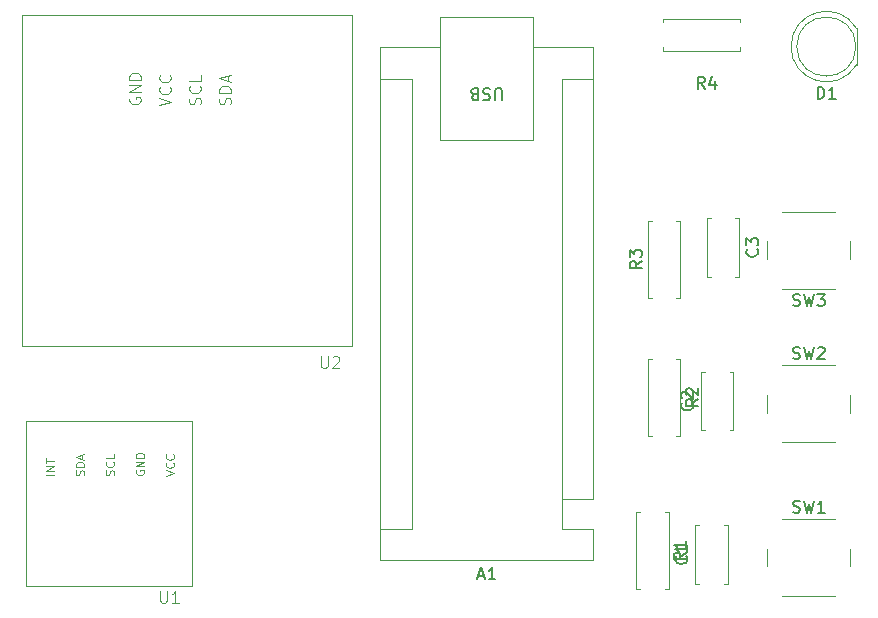
<source format=gbr>
G04 #@! TF.GenerationSoftware,KiCad,Pcbnew,9.0.4*
G04 #@! TF.CreationDate,2025-08-25T12:39:34+03:00*
G04 #@! TF.ProjectId,power supply,706f7765-7220-4737-9570-706c792e6b69,rev?*
G04 #@! TF.SameCoordinates,Original*
G04 #@! TF.FileFunction,Legend,Top*
G04 #@! TF.FilePolarity,Positive*
%FSLAX46Y46*%
G04 Gerber Fmt 4.6, Leading zero omitted, Abs format (unit mm)*
G04 Created by KiCad (PCBNEW 9.0.4) date 2025-08-25 12:39:34*
%MOMM*%
%LPD*%
G01*
G04 APERTURE LIST*
%ADD10C,0.150000*%
%ADD11C,0.100000*%
%ADD12C,0.087500*%
%ADD13C,0.120000*%
G04 APERTURE END LIST*
D10*
X151033333Y-80754819D02*
X150700000Y-80278628D01*
X150461905Y-80754819D02*
X150461905Y-79754819D01*
X150461905Y-79754819D02*
X150842857Y-79754819D01*
X150842857Y-79754819D02*
X150938095Y-79802438D01*
X150938095Y-79802438D02*
X150985714Y-79850057D01*
X150985714Y-79850057D02*
X151033333Y-79945295D01*
X151033333Y-79945295D02*
X151033333Y-80088152D01*
X151033333Y-80088152D02*
X150985714Y-80183390D01*
X150985714Y-80183390D02*
X150938095Y-80231009D01*
X150938095Y-80231009D02*
X150842857Y-80278628D01*
X150842857Y-80278628D02*
X150461905Y-80278628D01*
X151890476Y-80088152D02*
X151890476Y-80754819D01*
X151652381Y-79707200D02*
X151414286Y-80421485D01*
X151414286Y-80421485D02*
X152033333Y-80421485D01*
X160591905Y-81614819D02*
X160591905Y-80614819D01*
X160591905Y-80614819D02*
X160830000Y-80614819D01*
X160830000Y-80614819D02*
X160972857Y-80662438D01*
X160972857Y-80662438D02*
X161068095Y-80757676D01*
X161068095Y-80757676D02*
X161115714Y-80852914D01*
X161115714Y-80852914D02*
X161163333Y-81043390D01*
X161163333Y-81043390D02*
X161163333Y-81186247D01*
X161163333Y-81186247D02*
X161115714Y-81376723D01*
X161115714Y-81376723D02*
X161068095Y-81471961D01*
X161068095Y-81471961D02*
X160972857Y-81567200D01*
X160972857Y-81567200D02*
X160830000Y-81614819D01*
X160830000Y-81614819D02*
X160591905Y-81614819D01*
X162115714Y-81614819D02*
X161544286Y-81614819D01*
X161830000Y-81614819D02*
X161830000Y-80614819D01*
X161830000Y-80614819D02*
X161734762Y-80757676D01*
X161734762Y-80757676D02*
X161639524Y-80852914D01*
X161639524Y-80852914D02*
X161544286Y-80900533D01*
X149959580Y-107366666D02*
X150007200Y-107414285D01*
X150007200Y-107414285D02*
X150054819Y-107557142D01*
X150054819Y-107557142D02*
X150054819Y-107652380D01*
X150054819Y-107652380D02*
X150007200Y-107795237D01*
X150007200Y-107795237D02*
X149911961Y-107890475D01*
X149911961Y-107890475D02*
X149816723Y-107938094D01*
X149816723Y-107938094D02*
X149626247Y-107985713D01*
X149626247Y-107985713D02*
X149483390Y-107985713D01*
X149483390Y-107985713D02*
X149292914Y-107938094D01*
X149292914Y-107938094D02*
X149197676Y-107890475D01*
X149197676Y-107890475D02*
X149102438Y-107795237D01*
X149102438Y-107795237D02*
X149054819Y-107652380D01*
X149054819Y-107652380D02*
X149054819Y-107557142D01*
X149054819Y-107557142D02*
X149102438Y-107414285D01*
X149102438Y-107414285D02*
X149150057Y-107366666D01*
X149150057Y-106985713D02*
X149102438Y-106938094D01*
X149102438Y-106938094D02*
X149054819Y-106842856D01*
X149054819Y-106842856D02*
X149054819Y-106604761D01*
X149054819Y-106604761D02*
X149102438Y-106509523D01*
X149102438Y-106509523D02*
X149150057Y-106461904D01*
X149150057Y-106461904D02*
X149245295Y-106414285D01*
X149245295Y-106414285D02*
X149340533Y-106414285D01*
X149340533Y-106414285D02*
X149483390Y-106461904D01*
X149483390Y-106461904D02*
X150054819Y-107033332D01*
X150054819Y-107033332D02*
X150054819Y-106414285D01*
X158516667Y-103607200D02*
X158659524Y-103654819D01*
X158659524Y-103654819D02*
X158897619Y-103654819D01*
X158897619Y-103654819D02*
X158992857Y-103607200D01*
X158992857Y-103607200D02*
X159040476Y-103559580D01*
X159040476Y-103559580D02*
X159088095Y-103464342D01*
X159088095Y-103464342D02*
X159088095Y-103369104D01*
X159088095Y-103369104D02*
X159040476Y-103273866D01*
X159040476Y-103273866D02*
X158992857Y-103226247D01*
X158992857Y-103226247D02*
X158897619Y-103178628D01*
X158897619Y-103178628D02*
X158707143Y-103131009D01*
X158707143Y-103131009D02*
X158611905Y-103083390D01*
X158611905Y-103083390D02*
X158564286Y-103035771D01*
X158564286Y-103035771D02*
X158516667Y-102940533D01*
X158516667Y-102940533D02*
X158516667Y-102845295D01*
X158516667Y-102845295D02*
X158564286Y-102750057D01*
X158564286Y-102750057D02*
X158611905Y-102702438D01*
X158611905Y-102702438D02*
X158707143Y-102654819D01*
X158707143Y-102654819D02*
X158945238Y-102654819D01*
X158945238Y-102654819D02*
X159088095Y-102702438D01*
X159421429Y-102654819D02*
X159659524Y-103654819D01*
X159659524Y-103654819D02*
X159850000Y-102940533D01*
X159850000Y-102940533D02*
X160040476Y-103654819D01*
X160040476Y-103654819D02*
X160278572Y-102654819D01*
X160611905Y-102750057D02*
X160659524Y-102702438D01*
X160659524Y-102702438D02*
X160754762Y-102654819D01*
X160754762Y-102654819D02*
X160992857Y-102654819D01*
X160992857Y-102654819D02*
X161088095Y-102702438D01*
X161088095Y-102702438D02*
X161135714Y-102750057D01*
X161135714Y-102750057D02*
X161183333Y-102845295D01*
X161183333Y-102845295D02*
X161183333Y-102940533D01*
X161183333Y-102940533D02*
X161135714Y-103083390D01*
X161135714Y-103083390D02*
X160564286Y-103654819D01*
X160564286Y-103654819D02*
X161183333Y-103654819D01*
X150424819Y-107056666D02*
X149948628Y-107389999D01*
X150424819Y-107628094D02*
X149424819Y-107628094D01*
X149424819Y-107628094D02*
X149424819Y-107247142D01*
X149424819Y-107247142D02*
X149472438Y-107151904D01*
X149472438Y-107151904D02*
X149520057Y-107104285D01*
X149520057Y-107104285D02*
X149615295Y-107056666D01*
X149615295Y-107056666D02*
X149758152Y-107056666D01*
X149758152Y-107056666D02*
X149853390Y-107104285D01*
X149853390Y-107104285D02*
X149901009Y-107151904D01*
X149901009Y-107151904D02*
X149948628Y-107247142D01*
X149948628Y-107247142D02*
X149948628Y-107628094D01*
X149520057Y-106675713D02*
X149472438Y-106628094D01*
X149472438Y-106628094D02*
X149424819Y-106532856D01*
X149424819Y-106532856D02*
X149424819Y-106294761D01*
X149424819Y-106294761D02*
X149472438Y-106199523D01*
X149472438Y-106199523D02*
X149520057Y-106151904D01*
X149520057Y-106151904D02*
X149615295Y-106104285D01*
X149615295Y-106104285D02*
X149710533Y-106104285D01*
X149710533Y-106104285D02*
X149853390Y-106151904D01*
X149853390Y-106151904D02*
X150424819Y-106723332D01*
X150424819Y-106723332D02*
X150424819Y-106104285D01*
X158516667Y-99107200D02*
X158659524Y-99154819D01*
X158659524Y-99154819D02*
X158897619Y-99154819D01*
X158897619Y-99154819D02*
X158992857Y-99107200D01*
X158992857Y-99107200D02*
X159040476Y-99059580D01*
X159040476Y-99059580D02*
X159088095Y-98964342D01*
X159088095Y-98964342D02*
X159088095Y-98869104D01*
X159088095Y-98869104D02*
X159040476Y-98773866D01*
X159040476Y-98773866D02*
X158992857Y-98726247D01*
X158992857Y-98726247D02*
X158897619Y-98678628D01*
X158897619Y-98678628D02*
X158707143Y-98631009D01*
X158707143Y-98631009D02*
X158611905Y-98583390D01*
X158611905Y-98583390D02*
X158564286Y-98535771D01*
X158564286Y-98535771D02*
X158516667Y-98440533D01*
X158516667Y-98440533D02*
X158516667Y-98345295D01*
X158516667Y-98345295D02*
X158564286Y-98250057D01*
X158564286Y-98250057D02*
X158611905Y-98202438D01*
X158611905Y-98202438D02*
X158707143Y-98154819D01*
X158707143Y-98154819D02*
X158945238Y-98154819D01*
X158945238Y-98154819D02*
X159088095Y-98202438D01*
X159421429Y-98154819D02*
X159659524Y-99154819D01*
X159659524Y-99154819D02*
X159850000Y-98440533D01*
X159850000Y-98440533D02*
X160040476Y-99154819D01*
X160040476Y-99154819D02*
X160278572Y-98154819D01*
X160564286Y-98154819D02*
X161183333Y-98154819D01*
X161183333Y-98154819D02*
X160850000Y-98535771D01*
X160850000Y-98535771D02*
X160992857Y-98535771D01*
X160992857Y-98535771D02*
X161088095Y-98583390D01*
X161088095Y-98583390D02*
X161135714Y-98631009D01*
X161135714Y-98631009D02*
X161183333Y-98726247D01*
X161183333Y-98726247D02*
X161183333Y-98964342D01*
X161183333Y-98964342D02*
X161135714Y-99059580D01*
X161135714Y-99059580D02*
X161088095Y-99107200D01*
X161088095Y-99107200D02*
X160992857Y-99154819D01*
X160992857Y-99154819D02*
X160707143Y-99154819D01*
X160707143Y-99154819D02*
X160611905Y-99107200D01*
X160611905Y-99107200D02*
X160564286Y-99059580D01*
X155459580Y-94366666D02*
X155507200Y-94414285D01*
X155507200Y-94414285D02*
X155554819Y-94557142D01*
X155554819Y-94557142D02*
X155554819Y-94652380D01*
X155554819Y-94652380D02*
X155507200Y-94795237D01*
X155507200Y-94795237D02*
X155411961Y-94890475D01*
X155411961Y-94890475D02*
X155316723Y-94938094D01*
X155316723Y-94938094D02*
X155126247Y-94985713D01*
X155126247Y-94985713D02*
X154983390Y-94985713D01*
X154983390Y-94985713D02*
X154792914Y-94938094D01*
X154792914Y-94938094D02*
X154697676Y-94890475D01*
X154697676Y-94890475D02*
X154602438Y-94795237D01*
X154602438Y-94795237D02*
X154554819Y-94652380D01*
X154554819Y-94652380D02*
X154554819Y-94557142D01*
X154554819Y-94557142D02*
X154602438Y-94414285D01*
X154602438Y-94414285D02*
X154650057Y-94366666D01*
X154554819Y-94033332D02*
X154554819Y-93414285D01*
X154554819Y-93414285D02*
X154935771Y-93747618D01*
X154935771Y-93747618D02*
X154935771Y-93604761D01*
X154935771Y-93604761D02*
X154983390Y-93509523D01*
X154983390Y-93509523D02*
X155031009Y-93461904D01*
X155031009Y-93461904D02*
X155126247Y-93414285D01*
X155126247Y-93414285D02*
X155364342Y-93414285D01*
X155364342Y-93414285D02*
X155459580Y-93461904D01*
X155459580Y-93461904D02*
X155507200Y-93509523D01*
X155507200Y-93509523D02*
X155554819Y-93604761D01*
X155554819Y-93604761D02*
X155554819Y-93890475D01*
X155554819Y-93890475D02*
X155507200Y-93985713D01*
X155507200Y-93985713D02*
X155459580Y-94033332D01*
X145684819Y-95366666D02*
X145208628Y-95699999D01*
X145684819Y-95938094D02*
X144684819Y-95938094D01*
X144684819Y-95938094D02*
X144684819Y-95557142D01*
X144684819Y-95557142D02*
X144732438Y-95461904D01*
X144732438Y-95461904D02*
X144780057Y-95414285D01*
X144780057Y-95414285D02*
X144875295Y-95366666D01*
X144875295Y-95366666D02*
X145018152Y-95366666D01*
X145018152Y-95366666D02*
X145113390Y-95414285D01*
X145113390Y-95414285D02*
X145161009Y-95461904D01*
X145161009Y-95461904D02*
X145208628Y-95557142D01*
X145208628Y-95557142D02*
X145208628Y-95938094D01*
X144684819Y-95033332D02*
X144684819Y-94414285D01*
X144684819Y-94414285D02*
X145065771Y-94747618D01*
X145065771Y-94747618D02*
X145065771Y-94604761D01*
X145065771Y-94604761D02*
X145113390Y-94509523D01*
X145113390Y-94509523D02*
X145161009Y-94461904D01*
X145161009Y-94461904D02*
X145256247Y-94414285D01*
X145256247Y-94414285D02*
X145494342Y-94414285D01*
X145494342Y-94414285D02*
X145589580Y-94461904D01*
X145589580Y-94461904D02*
X145637200Y-94509523D01*
X145637200Y-94509523D02*
X145684819Y-94604761D01*
X145684819Y-94604761D02*
X145684819Y-94890475D01*
X145684819Y-94890475D02*
X145637200Y-94985713D01*
X145637200Y-94985713D02*
X145589580Y-95033332D01*
X149459580Y-120366666D02*
X149507200Y-120414285D01*
X149507200Y-120414285D02*
X149554819Y-120557142D01*
X149554819Y-120557142D02*
X149554819Y-120652380D01*
X149554819Y-120652380D02*
X149507200Y-120795237D01*
X149507200Y-120795237D02*
X149411961Y-120890475D01*
X149411961Y-120890475D02*
X149316723Y-120938094D01*
X149316723Y-120938094D02*
X149126247Y-120985713D01*
X149126247Y-120985713D02*
X148983390Y-120985713D01*
X148983390Y-120985713D02*
X148792914Y-120938094D01*
X148792914Y-120938094D02*
X148697676Y-120890475D01*
X148697676Y-120890475D02*
X148602438Y-120795237D01*
X148602438Y-120795237D02*
X148554819Y-120652380D01*
X148554819Y-120652380D02*
X148554819Y-120557142D01*
X148554819Y-120557142D02*
X148602438Y-120414285D01*
X148602438Y-120414285D02*
X148650057Y-120366666D01*
X149554819Y-119414285D02*
X149554819Y-119985713D01*
X149554819Y-119699999D02*
X148554819Y-119699999D01*
X148554819Y-119699999D02*
X148697676Y-119795237D01*
X148697676Y-119795237D02*
X148792914Y-119890475D01*
X148792914Y-119890475D02*
X148840533Y-119985713D01*
X149424819Y-120056666D02*
X148948628Y-120389999D01*
X149424819Y-120628094D02*
X148424819Y-120628094D01*
X148424819Y-120628094D02*
X148424819Y-120247142D01*
X148424819Y-120247142D02*
X148472438Y-120151904D01*
X148472438Y-120151904D02*
X148520057Y-120104285D01*
X148520057Y-120104285D02*
X148615295Y-120056666D01*
X148615295Y-120056666D02*
X148758152Y-120056666D01*
X148758152Y-120056666D02*
X148853390Y-120104285D01*
X148853390Y-120104285D02*
X148901009Y-120151904D01*
X148901009Y-120151904D02*
X148948628Y-120247142D01*
X148948628Y-120247142D02*
X148948628Y-120628094D01*
X149424819Y-119104285D02*
X149424819Y-119675713D01*
X149424819Y-119389999D02*
X148424819Y-119389999D01*
X148424819Y-119389999D02*
X148567676Y-119485237D01*
X148567676Y-119485237D02*
X148662914Y-119580475D01*
X148662914Y-119580475D02*
X148710533Y-119675713D01*
X158516667Y-116607200D02*
X158659524Y-116654819D01*
X158659524Y-116654819D02*
X158897619Y-116654819D01*
X158897619Y-116654819D02*
X158992857Y-116607200D01*
X158992857Y-116607200D02*
X159040476Y-116559580D01*
X159040476Y-116559580D02*
X159088095Y-116464342D01*
X159088095Y-116464342D02*
X159088095Y-116369104D01*
X159088095Y-116369104D02*
X159040476Y-116273866D01*
X159040476Y-116273866D02*
X158992857Y-116226247D01*
X158992857Y-116226247D02*
X158897619Y-116178628D01*
X158897619Y-116178628D02*
X158707143Y-116131009D01*
X158707143Y-116131009D02*
X158611905Y-116083390D01*
X158611905Y-116083390D02*
X158564286Y-116035771D01*
X158564286Y-116035771D02*
X158516667Y-115940533D01*
X158516667Y-115940533D02*
X158516667Y-115845295D01*
X158516667Y-115845295D02*
X158564286Y-115750057D01*
X158564286Y-115750057D02*
X158611905Y-115702438D01*
X158611905Y-115702438D02*
X158707143Y-115654819D01*
X158707143Y-115654819D02*
X158945238Y-115654819D01*
X158945238Y-115654819D02*
X159088095Y-115702438D01*
X159421429Y-115654819D02*
X159659524Y-116654819D01*
X159659524Y-116654819D02*
X159850000Y-115940533D01*
X159850000Y-115940533D02*
X160040476Y-116654819D01*
X160040476Y-116654819D02*
X160278572Y-115654819D01*
X161183333Y-116654819D02*
X160611905Y-116654819D01*
X160897619Y-116654819D02*
X160897619Y-115654819D01*
X160897619Y-115654819D02*
X160802381Y-115797676D01*
X160802381Y-115797676D02*
X160707143Y-115892914D01*
X160707143Y-115892914D02*
X160611905Y-115940533D01*
D11*
X118538095Y-103397419D02*
X118538095Y-104206942D01*
X118538095Y-104206942D02*
X118585714Y-104302180D01*
X118585714Y-104302180D02*
X118633333Y-104349800D01*
X118633333Y-104349800D02*
X118728571Y-104397419D01*
X118728571Y-104397419D02*
X118919047Y-104397419D01*
X118919047Y-104397419D02*
X119014285Y-104349800D01*
X119014285Y-104349800D02*
X119061904Y-104302180D01*
X119061904Y-104302180D02*
X119109523Y-104206942D01*
X119109523Y-104206942D02*
X119109523Y-103397419D01*
X119538095Y-103492657D02*
X119585714Y-103445038D01*
X119585714Y-103445038D02*
X119680952Y-103397419D01*
X119680952Y-103397419D02*
X119919047Y-103397419D01*
X119919047Y-103397419D02*
X120014285Y-103445038D01*
X120014285Y-103445038D02*
X120061904Y-103492657D01*
X120061904Y-103492657D02*
X120109523Y-103587895D01*
X120109523Y-103587895D02*
X120109523Y-103683133D01*
X120109523Y-103683133D02*
X120061904Y-103825990D01*
X120061904Y-103825990D02*
X119490476Y-104397419D01*
X119490476Y-104397419D02*
X120109523Y-104397419D01*
X104837419Y-82188972D02*
X105837419Y-81855639D01*
X105837419Y-81855639D02*
X104837419Y-81522306D01*
X105742180Y-80617544D02*
X105789800Y-80665163D01*
X105789800Y-80665163D02*
X105837419Y-80808020D01*
X105837419Y-80808020D02*
X105837419Y-80903258D01*
X105837419Y-80903258D02*
X105789800Y-81046115D01*
X105789800Y-81046115D02*
X105694561Y-81141353D01*
X105694561Y-81141353D02*
X105599323Y-81188972D01*
X105599323Y-81188972D02*
X105408847Y-81236591D01*
X105408847Y-81236591D02*
X105265990Y-81236591D01*
X105265990Y-81236591D02*
X105075514Y-81188972D01*
X105075514Y-81188972D02*
X104980276Y-81141353D01*
X104980276Y-81141353D02*
X104885038Y-81046115D01*
X104885038Y-81046115D02*
X104837419Y-80903258D01*
X104837419Y-80903258D02*
X104837419Y-80808020D01*
X104837419Y-80808020D02*
X104885038Y-80665163D01*
X104885038Y-80665163D02*
X104932657Y-80617544D01*
X105742180Y-79617544D02*
X105789800Y-79665163D01*
X105789800Y-79665163D02*
X105837419Y-79808020D01*
X105837419Y-79808020D02*
X105837419Y-79903258D01*
X105837419Y-79903258D02*
X105789800Y-80046115D01*
X105789800Y-80046115D02*
X105694561Y-80141353D01*
X105694561Y-80141353D02*
X105599323Y-80188972D01*
X105599323Y-80188972D02*
X105408847Y-80236591D01*
X105408847Y-80236591D02*
X105265990Y-80236591D01*
X105265990Y-80236591D02*
X105075514Y-80188972D01*
X105075514Y-80188972D02*
X104980276Y-80141353D01*
X104980276Y-80141353D02*
X104885038Y-80046115D01*
X104885038Y-80046115D02*
X104837419Y-79903258D01*
X104837419Y-79903258D02*
X104837419Y-79808020D01*
X104837419Y-79808020D02*
X104885038Y-79665163D01*
X104885038Y-79665163D02*
X104932657Y-79617544D01*
X108329800Y-82093734D02*
X108377419Y-81950877D01*
X108377419Y-81950877D02*
X108377419Y-81712782D01*
X108377419Y-81712782D02*
X108329800Y-81617544D01*
X108329800Y-81617544D02*
X108282180Y-81569925D01*
X108282180Y-81569925D02*
X108186942Y-81522306D01*
X108186942Y-81522306D02*
X108091704Y-81522306D01*
X108091704Y-81522306D02*
X107996466Y-81569925D01*
X107996466Y-81569925D02*
X107948847Y-81617544D01*
X107948847Y-81617544D02*
X107901228Y-81712782D01*
X107901228Y-81712782D02*
X107853609Y-81903258D01*
X107853609Y-81903258D02*
X107805990Y-81998496D01*
X107805990Y-81998496D02*
X107758371Y-82046115D01*
X107758371Y-82046115D02*
X107663133Y-82093734D01*
X107663133Y-82093734D02*
X107567895Y-82093734D01*
X107567895Y-82093734D02*
X107472657Y-82046115D01*
X107472657Y-82046115D02*
X107425038Y-81998496D01*
X107425038Y-81998496D02*
X107377419Y-81903258D01*
X107377419Y-81903258D02*
X107377419Y-81665163D01*
X107377419Y-81665163D02*
X107425038Y-81522306D01*
X108282180Y-80522306D02*
X108329800Y-80569925D01*
X108329800Y-80569925D02*
X108377419Y-80712782D01*
X108377419Y-80712782D02*
X108377419Y-80808020D01*
X108377419Y-80808020D02*
X108329800Y-80950877D01*
X108329800Y-80950877D02*
X108234561Y-81046115D01*
X108234561Y-81046115D02*
X108139323Y-81093734D01*
X108139323Y-81093734D02*
X107948847Y-81141353D01*
X107948847Y-81141353D02*
X107805990Y-81141353D01*
X107805990Y-81141353D02*
X107615514Y-81093734D01*
X107615514Y-81093734D02*
X107520276Y-81046115D01*
X107520276Y-81046115D02*
X107425038Y-80950877D01*
X107425038Y-80950877D02*
X107377419Y-80808020D01*
X107377419Y-80808020D02*
X107377419Y-80712782D01*
X107377419Y-80712782D02*
X107425038Y-80569925D01*
X107425038Y-80569925D02*
X107472657Y-80522306D01*
X108377419Y-79617544D02*
X108377419Y-80093734D01*
X108377419Y-80093734D02*
X107377419Y-80093734D01*
X102345038Y-81522306D02*
X102297419Y-81617544D01*
X102297419Y-81617544D02*
X102297419Y-81760401D01*
X102297419Y-81760401D02*
X102345038Y-81903258D01*
X102345038Y-81903258D02*
X102440276Y-81998496D01*
X102440276Y-81998496D02*
X102535514Y-82046115D01*
X102535514Y-82046115D02*
X102725990Y-82093734D01*
X102725990Y-82093734D02*
X102868847Y-82093734D01*
X102868847Y-82093734D02*
X103059323Y-82046115D01*
X103059323Y-82046115D02*
X103154561Y-81998496D01*
X103154561Y-81998496D02*
X103249800Y-81903258D01*
X103249800Y-81903258D02*
X103297419Y-81760401D01*
X103297419Y-81760401D02*
X103297419Y-81665163D01*
X103297419Y-81665163D02*
X103249800Y-81522306D01*
X103249800Y-81522306D02*
X103202180Y-81474687D01*
X103202180Y-81474687D02*
X102868847Y-81474687D01*
X102868847Y-81474687D02*
X102868847Y-81665163D01*
X103297419Y-81046115D02*
X102297419Y-81046115D01*
X102297419Y-81046115D02*
X103297419Y-80474687D01*
X103297419Y-80474687D02*
X102297419Y-80474687D01*
X103297419Y-79998496D02*
X102297419Y-79998496D01*
X102297419Y-79998496D02*
X102297419Y-79760401D01*
X102297419Y-79760401D02*
X102345038Y-79617544D01*
X102345038Y-79617544D02*
X102440276Y-79522306D01*
X102440276Y-79522306D02*
X102535514Y-79474687D01*
X102535514Y-79474687D02*
X102725990Y-79427068D01*
X102725990Y-79427068D02*
X102868847Y-79427068D01*
X102868847Y-79427068D02*
X103059323Y-79474687D01*
X103059323Y-79474687D02*
X103154561Y-79522306D01*
X103154561Y-79522306D02*
X103249800Y-79617544D01*
X103249800Y-79617544D02*
X103297419Y-79760401D01*
X103297419Y-79760401D02*
X103297419Y-79998496D01*
X110869800Y-82093734D02*
X110917419Y-81950877D01*
X110917419Y-81950877D02*
X110917419Y-81712782D01*
X110917419Y-81712782D02*
X110869800Y-81617544D01*
X110869800Y-81617544D02*
X110822180Y-81569925D01*
X110822180Y-81569925D02*
X110726942Y-81522306D01*
X110726942Y-81522306D02*
X110631704Y-81522306D01*
X110631704Y-81522306D02*
X110536466Y-81569925D01*
X110536466Y-81569925D02*
X110488847Y-81617544D01*
X110488847Y-81617544D02*
X110441228Y-81712782D01*
X110441228Y-81712782D02*
X110393609Y-81903258D01*
X110393609Y-81903258D02*
X110345990Y-81998496D01*
X110345990Y-81998496D02*
X110298371Y-82046115D01*
X110298371Y-82046115D02*
X110203133Y-82093734D01*
X110203133Y-82093734D02*
X110107895Y-82093734D01*
X110107895Y-82093734D02*
X110012657Y-82046115D01*
X110012657Y-82046115D02*
X109965038Y-81998496D01*
X109965038Y-81998496D02*
X109917419Y-81903258D01*
X109917419Y-81903258D02*
X109917419Y-81665163D01*
X109917419Y-81665163D02*
X109965038Y-81522306D01*
X110917419Y-81093734D02*
X109917419Y-81093734D01*
X109917419Y-81093734D02*
X109917419Y-80855639D01*
X109917419Y-80855639D02*
X109965038Y-80712782D01*
X109965038Y-80712782D02*
X110060276Y-80617544D01*
X110060276Y-80617544D02*
X110155514Y-80569925D01*
X110155514Y-80569925D02*
X110345990Y-80522306D01*
X110345990Y-80522306D02*
X110488847Y-80522306D01*
X110488847Y-80522306D02*
X110679323Y-80569925D01*
X110679323Y-80569925D02*
X110774561Y-80617544D01*
X110774561Y-80617544D02*
X110869800Y-80712782D01*
X110869800Y-80712782D02*
X110917419Y-80855639D01*
X110917419Y-80855639D02*
X110917419Y-81093734D01*
X110631704Y-80141353D02*
X110631704Y-79665163D01*
X110917419Y-80236591D02*
X109917419Y-79903258D01*
X109917419Y-79903258D02*
X110917419Y-79569925D01*
X104918095Y-123285419D02*
X104918095Y-124094942D01*
X104918095Y-124094942D02*
X104965714Y-124190180D01*
X104965714Y-124190180D02*
X105013333Y-124237800D01*
X105013333Y-124237800D02*
X105108571Y-124285419D01*
X105108571Y-124285419D02*
X105299047Y-124285419D01*
X105299047Y-124285419D02*
X105394285Y-124237800D01*
X105394285Y-124237800D02*
X105441904Y-124190180D01*
X105441904Y-124190180D02*
X105489523Y-124094942D01*
X105489523Y-124094942D02*
X105489523Y-123285419D01*
X106489523Y-124285419D02*
X105918095Y-124285419D01*
X106203809Y-124285419D02*
X106203809Y-123285419D01*
X106203809Y-123285419D02*
X106108571Y-123428276D01*
X106108571Y-123428276D02*
X106013333Y-123523514D01*
X106013333Y-123523514D02*
X105918095Y-123571133D01*
D12*
X98444450Y-113477101D02*
X98477783Y-113377101D01*
X98477783Y-113377101D02*
X98477783Y-113210435D01*
X98477783Y-113210435D02*
X98444450Y-113143768D01*
X98444450Y-113143768D02*
X98411116Y-113110435D01*
X98411116Y-113110435D02*
X98344450Y-113077101D01*
X98344450Y-113077101D02*
X98277783Y-113077101D01*
X98277783Y-113077101D02*
X98211116Y-113110435D01*
X98211116Y-113110435D02*
X98177783Y-113143768D01*
X98177783Y-113143768D02*
X98144450Y-113210435D01*
X98144450Y-113210435D02*
X98111116Y-113343768D01*
X98111116Y-113343768D02*
X98077783Y-113410435D01*
X98077783Y-113410435D02*
X98044450Y-113443768D01*
X98044450Y-113443768D02*
X97977783Y-113477101D01*
X97977783Y-113477101D02*
X97911116Y-113477101D01*
X97911116Y-113477101D02*
X97844450Y-113443768D01*
X97844450Y-113443768D02*
X97811116Y-113410435D01*
X97811116Y-113410435D02*
X97777783Y-113343768D01*
X97777783Y-113343768D02*
X97777783Y-113177101D01*
X97777783Y-113177101D02*
X97811116Y-113077101D01*
X98477783Y-112777101D02*
X97777783Y-112777101D01*
X97777783Y-112777101D02*
X97777783Y-112610434D01*
X97777783Y-112610434D02*
X97811116Y-112510434D01*
X97811116Y-112510434D02*
X97877783Y-112443768D01*
X97877783Y-112443768D02*
X97944450Y-112410434D01*
X97944450Y-112410434D02*
X98077783Y-112377101D01*
X98077783Y-112377101D02*
X98177783Y-112377101D01*
X98177783Y-112377101D02*
X98311116Y-112410434D01*
X98311116Y-112410434D02*
X98377783Y-112443768D01*
X98377783Y-112443768D02*
X98444450Y-112510434D01*
X98444450Y-112510434D02*
X98477783Y-112610434D01*
X98477783Y-112610434D02*
X98477783Y-112777101D01*
X98277783Y-112110434D02*
X98277783Y-111777101D01*
X98477783Y-112177101D02*
X97777783Y-111943768D01*
X97777783Y-111943768D02*
X98477783Y-111710434D01*
D11*
X102890466Y-113068877D02*
X102857133Y-113135544D01*
X102857133Y-113135544D02*
X102857133Y-113235544D01*
X102857133Y-113235544D02*
X102890466Y-113335544D01*
X102890466Y-113335544D02*
X102957133Y-113402211D01*
X102957133Y-113402211D02*
X103023800Y-113435544D01*
X103023800Y-113435544D02*
X103157133Y-113468877D01*
X103157133Y-113468877D02*
X103257133Y-113468877D01*
X103257133Y-113468877D02*
X103390466Y-113435544D01*
X103390466Y-113435544D02*
X103457133Y-113402211D01*
X103457133Y-113402211D02*
X103523800Y-113335544D01*
X103523800Y-113335544D02*
X103557133Y-113235544D01*
X103557133Y-113235544D02*
X103557133Y-113168877D01*
X103557133Y-113168877D02*
X103523800Y-113068877D01*
X103523800Y-113068877D02*
X103490466Y-113035544D01*
X103490466Y-113035544D02*
X103257133Y-113035544D01*
X103257133Y-113035544D02*
X103257133Y-113168877D01*
X103557133Y-112735544D02*
X102857133Y-112735544D01*
X102857133Y-112735544D02*
X103557133Y-112335544D01*
X103557133Y-112335544D02*
X102857133Y-112335544D01*
X103557133Y-112002211D02*
X102857133Y-112002211D01*
X102857133Y-112002211D02*
X102857133Y-111835544D01*
X102857133Y-111835544D02*
X102890466Y-111735544D01*
X102890466Y-111735544D02*
X102957133Y-111668878D01*
X102957133Y-111668878D02*
X103023800Y-111635544D01*
X103023800Y-111635544D02*
X103157133Y-111602211D01*
X103157133Y-111602211D02*
X103257133Y-111602211D01*
X103257133Y-111602211D02*
X103390466Y-111635544D01*
X103390466Y-111635544D02*
X103457133Y-111668878D01*
X103457133Y-111668878D02*
X103523800Y-111735544D01*
X103523800Y-111735544D02*
X103557133Y-111835544D01*
X103557133Y-111835544D02*
X103557133Y-112002211D01*
X105397133Y-113535544D02*
X106097133Y-113302211D01*
X106097133Y-113302211D02*
X105397133Y-113068877D01*
X106030466Y-112435544D02*
X106063800Y-112468877D01*
X106063800Y-112468877D02*
X106097133Y-112568877D01*
X106097133Y-112568877D02*
X106097133Y-112635544D01*
X106097133Y-112635544D02*
X106063800Y-112735544D01*
X106063800Y-112735544D02*
X105997133Y-112802211D01*
X105997133Y-112802211D02*
X105930466Y-112835544D01*
X105930466Y-112835544D02*
X105797133Y-112868877D01*
X105797133Y-112868877D02*
X105697133Y-112868877D01*
X105697133Y-112868877D02*
X105563800Y-112835544D01*
X105563800Y-112835544D02*
X105497133Y-112802211D01*
X105497133Y-112802211D02*
X105430466Y-112735544D01*
X105430466Y-112735544D02*
X105397133Y-112635544D01*
X105397133Y-112635544D02*
X105397133Y-112568877D01*
X105397133Y-112568877D02*
X105430466Y-112468877D01*
X105430466Y-112468877D02*
X105463800Y-112435544D01*
X106030466Y-111735544D02*
X106063800Y-111768877D01*
X106063800Y-111768877D02*
X106097133Y-111868877D01*
X106097133Y-111868877D02*
X106097133Y-111935544D01*
X106097133Y-111935544D02*
X106063800Y-112035544D01*
X106063800Y-112035544D02*
X105997133Y-112102211D01*
X105997133Y-112102211D02*
X105930466Y-112135544D01*
X105930466Y-112135544D02*
X105797133Y-112168877D01*
X105797133Y-112168877D02*
X105697133Y-112168877D01*
X105697133Y-112168877D02*
X105563800Y-112135544D01*
X105563800Y-112135544D02*
X105497133Y-112102211D01*
X105497133Y-112102211D02*
X105430466Y-112035544D01*
X105430466Y-112035544D02*
X105397133Y-111935544D01*
X105397133Y-111935544D02*
X105397133Y-111868877D01*
X105397133Y-111868877D02*
X105430466Y-111768877D01*
X105430466Y-111768877D02*
X105463800Y-111735544D01*
X100983800Y-113468877D02*
X101017133Y-113368877D01*
X101017133Y-113368877D02*
X101017133Y-113202211D01*
X101017133Y-113202211D02*
X100983800Y-113135544D01*
X100983800Y-113135544D02*
X100950466Y-113102211D01*
X100950466Y-113102211D02*
X100883800Y-113068877D01*
X100883800Y-113068877D02*
X100817133Y-113068877D01*
X100817133Y-113068877D02*
X100750466Y-113102211D01*
X100750466Y-113102211D02*
X100717133Y-113135544D01*
X100717133Y-113135544D02*
X100683800Y-113202211D01*
X100683800Y-113202211D02*
X100650466Y-113335544D01*
X100650466Y-113335544D02*
X100617133Y-113402211D01*
X100617133Y-113402211D02*
X100583800Y-113435544D01*
X100583800Y-113435544D02*
X100517133Y-113468877D01*
X100517133Y-113468877D02*
X100450466Y-113468877D01*
X100450466Y-113468877D02*
X100383800Y-113435544D01*
X100383800Y-113435544D02*
X100350466Y-113402211D01*
X100350466Y-113402211D02*
X100317133Y-113335544D01*
X100317133Y-113335544D02*
X100317133Y-113168877D01*
X100317133Y-113168877D02*
X100350466Y-113068877D01*
X100950466Y-112368877D02*
X100983800Y-112402210D01*
X100983800Y-112402210D02*
X101017133Y-112502210D01*
X101017133Y-112502210D02*
X101017133Y-112568877D01*
X101017133Y-112568877D02*
X100983800Y-112668877D01*
X100983800Y-112668877D02*
X100917133Y-112735544D01*
X100917133Y-112735544D02*
X100850466Y-112768877D01*
X100850466Y-112768877D02*
X100717133Y-112802210D01*
X100717133Y-112802210D02*
X100617133Y-112802210D01*
X100617133Y-112802210D02*
X100483800Y-112768877D01*
X100483800Y-112768877D02*
X100417133Y-112735544D01*
X100417133Y-112735544D02*
X100350466Y-112668877D01*
X100350466Y-112668877D02*
X100317133Y-112568877D01*
X100317133Y-112568877D02*
X100317133Y-112502210D01*
X100317133Y-112502210D02*
X100350466Y-112402210D01*
X100350466Y-112402210D02*
X100383800Y-112368877D01*
X101017133Y-111735544D02*
X101017133Y-112068877D01*
X101017133Y-112068877D02*
X100317133Y-112068877D01*
X95937133Y-113435544D02*
X95237133Y-113435544D01*
X95937133Y-113102211D02*
X95237133Y-113102211D01*
X95237133Y-113102211D02*
X95937133Y-112702211D01*
X95937133Y-112702211D02*
X95237133Y-112702211D01*
X95237133Y-112468878D02*
X95237133Y-112068878D01*
X95937133Y-112268878D02*
X95237133Y-112268878D01*
D10*
X131875714Y-121999104D02*
X132351904Y-121999104D01*
X131780476Y-122284819D02*
X132113809Y-121284819D01*
X132113809Y-121284819D02*
X132447142Y-122284819D01*
X133304285Y-122284819D02*
X132732857Y-122284819D01*
X133018571Y-122284819D02*
X133018571Y-121284819D01*
X133018571Y-121284819D02*
X132923333Y-121427676D01*
X132923333Y-121427676D02*
X132828095Y-121522914D01*
X132828095Y-121522914D02*
X132732857Y-121570533D01*
X133851904Y-81735180D02*
X133851904Y-80925657D01*
X133851904Y-80925657D02*
X133804285Y-80830419D01*
X133804285Y-80830419D02*
X133756666Y-80782800D01*
X133756666Y-80782800D02*
X133661428Y-80735180D01*
X133661428Y-80735180D02*
X133470952Y-80735180D01*
X133470952Y-80735180D02*
X133375714Y-80782800D01*
X133375714Y-80782800D02*
X133328095Y-80830419D01*
X133328095Y-80830419D02*
X133280476Y-80925657D01*
X133280476Y-80925657D02*
X133280476Y-81735180D01*
X132851904Y-80782800D02*
X132709047Y-80735180D01*
X132709047Y-80735180D02*
X132470952Y-80735180D01*
X132470952Y-80735180D02*
X132375714Y-80782800D01*
X132375714Y-80782800D02*
X132328095Y-80830419D01*
X132328095Y-80830419D02*
X132280476Y-80925657D01*
X132280476Y-80925657D02*
X132280476Y-81020895D01*
X132280476Y-81020895D02*
X132328095Y-81116133D01*
X132328095Y-81116133D02*
X132375714Y-81163752D01*
X132375714Y-81163752D02*
X132470952Y-81211371D01*
X132470952Y-81211371D02*
X132661428Y-81258990D01*
X132661428Y-81258990D02*
X132756666Y-81306609D01*
X132756666Y-81306609D02*
X132804285Y-81354228D01*
X132804285Y-81354228D02*
X132851904Y-81449466D01*
X132851904Y-81449466D02*
X132851904Y-81544704D01*
X132851904Y-81544704D02*
X132804285Y-81639942D01*
X132804285Y-81639942D02*
X132756666Y-81687561D01*
X132756666Y-81687561D02*
X132661428Y-81735180D01*
X132661428Y-81735180D02*
X132423333Y-81735180D01*
X132423333Y-81735180D02*
X132280476Y-81687561D01*
X131518571Y-81258990D02*
X131375714Y-81211371D01*
X131375714Y-81211371D02*
X131328095Y-81163752D01*
X131328095Y-81163752D02*
X131280476Y-81068514D01*
X131280476Y-81068514D02*
X131280476Y-80925657D01*
X131280476Y-80925657D02*
X131328095Y-80830419D01*
X131328095Y-80830419D02*
X131375714Y-80782800D01*
X131375714Y-80782800D02*
X131470952Y-80735180D01*
X131470952Y-80735180D02*
X131851904Y-80735180D01*
X131851904Y-80735180D02*
X131851904Y-81735180D01*
X131851904Y-81735180D02*
X131518571Y-81735180D01*
X131518571Y-81735180D02*
X131423333Y-81687561D01*
X131423333Y-81687561D02*
X131375714Y-81639942D01*
X131375714Y-81639942D02*
X131328095Y-81544704D01*
X131328095Y-81544704D02*
X131328095Y-81449466D01*
X131328095Y-81449466D02*
X131375714Y-81354228D01*
X131375714Y-81354228D02*
X131423333Y-81306609D01*
X131423333Y-81306609D02*
X131518571Y-81258990D01*
X131518571Y-81258990D02*
X131851904Y-81258990D01*
D13*
X154060000Y-77570000D02*
X154060000Y-77240000D01*
X154060000Y-74830000D02*
X154060000Y-75160000D01*
X147520000Y-77570000D02*
X154060000Y-77570000D01*
X147520000Y-77240000D02*
X147520000Y-77570000D01*
X147520000Y-75160000D02*
X147520000Y-74830000D01*
X147520000Y-74830000D02*
X154060000Y-74830000D01*
X163830000Y-77200000D02*
G75*
G02*
X158830000Y-77200000I-2500000J0D01*
G01*
X158830000Y-77200000D02*
G75*
G02*
X163830000Y-77200000I2500000J0D01*
G01*
X158340000Y-77200000D02*
G75*
G02*
X163890000Y-75655170I2990000J0D01*
G01*
X163890000Y-78744830D02*
G75*
G02*
X158340000Y-77200000I-2560000J1544830D01*
G01*
X163890000Y-78745000D02*
X163890000Y-75655000D01*
X150730000Y-109670000D02*
X150730000Y-104730000D01*
X151060000Y-109670000D02*
X150730000Y-109670000D01*
X153470000Y-109670000D02*
X153140000Y-109670000D01*
X150730000Y-104730000D02*
X151060000Y-104730000D01*
X153140000Y-104730000D02*
X153470000Y-104730000D01*
X153470000Y-104730000D02*
X153470000Y-109670000D01*
X156350000Y-106700000D02*
X156350000Y-108200000D01*
X157600000Y-110700000D02*
X162100000Y-110700000D01*
X162100000Y-104200000D02*
X157600000Y-104200000D01*
X163350000Y-108200000D02*
X163350000Y-106700000D01*
X148970000Y-103620000D02*
X148970000Y-110160000D01*
X148640000Y-103620000D02*
X148970000Y-103620000D01*
X146560000Y-103620000D02*
X146230000Y-103620000D01*
X146230000Y-103620000D02*
X146230000Y-110160000D01*
X148970000Y-110160000D02*
X148640000Y-110160000D01*
X146230000Y-110160000D02*
X146560000Y-110160000D01*
X156350000Y-93700000D02*
X156350000Y-95200000D01*
X157600000Y-97700000D02*
X162100000Y-97700000D01*
X162100000Y-91200000D02*
X157600000Y-91200000D01*
X163350000Y-95200000D02*
X163350000Y-93700000D01*
X151230000Y-96670000D02*
X151230000Y-91730000D01*
X151560000Y-96670000D02*
X151230000Y-96670000D01*
X153970000Y-96670000D02*
X153640000Y-96670000D01*
X151230000Y-91730000D02*
X151560000Y-91730000D01*
X153640000Y-91730000D02*
X153970000Y-91730000D01*
X153970000Y-91730000D02*
X153970000Y-96670000D01*
X148970000Y-91930000D02*
X148640000Y-91930000D01*
X146230000Y-91930000D02*
X146560000Y-91930000D01*
X148970000Y-98470000D02*
X148970000Y-91930000D01*
X148640000Y-98470000D02*
X148970000Y-98470000D01*
X146560000Y-98470000D02*
X146230000Y-98470000D01*
X146230000Y-98470000D02*
X146230000Y-91930000D01*
X152970000Y-117730000D02*
X152970000Y-122670000D01*
X152640000Y-117730000D02*
X152970000Y-117730000D01*
X150230000Y-117730000D02*
X150560000Y-117730000D01*
X152970000Y-122670000D02*
X152640000Y-122670000D01*
X150560000Y-122670000D02*
X150230000Y-122670000D01*
X150230000Y-122670000D02*
X150230000Y-117730000D01*
X145230000Y-123160000D02*
X145560000Y-123160000D01*
X147970000Y-123160000D02*
X147640000Y-123160000D01*
X145230000Y-116620000D02*
X145230000Y-123160000D01*
X145560000Y-116620000D02*
X145230000Y-116620000D01*
X147640000Y-116620000D02*
X147970000Y-116620000D01*
X147970000Y-116620000D02*
X147970000Y-123160000D01*
X163350000Y-121200000D02*
X163350000Y-119700000D01*
X162100000Y-117200000D02*
X157600000Y-117200000D01*
X157600000Y-123700000D02*
X162100000Y-123700000D01*
X156350000Y-119700000D02*
X156350000Y-121200000D01*
D11*
X93190000Y-74530000D02*
X121190000Y-74530000D01*
X93190000Y-102530000D02*
X93190000Y-74530000D01*
X121190000Y-74530000D02*
X121190000Y-102530000D01*
X121190000Y-102530000D02*
X93190000Y-102530000D01*
X93600000Y-108862798D02*
X107600000Y-108862798D01*
X93600000Y-122862798D02*
X93600000Y-108862798D01*
X107600000Y-108862798D02*
X107600000Y-122862798D01*
X107600000Y-122862798D02*
X93600000Y-122862798D01*
D13*
X141610000Y-120690000D02*
X141610000Y-118020000D01*
X141610000Y-115480000D02*
X141610000Y-77250000D01*
X141610000Y-77250000D02*
X136530000Y-77250000D01*
X138940000Y-118020000D02*
X141610000Y-118020000D01*
X138940000Y-115480000D02*
X141610000Y-115480000D01*
X138940000Y-115480000D02*
X138940000Y-118020000D01*
X138940000Y-115480000D02*
X138940000Y-79920000D01*
X138940000Y-79920000D02*
X141610000Y-79920000D01*
X136530000Y-85130000D02*
X128650000Y-85130000D01*
X136530000Y-74710000D02*
X136530000Y-85130000D01*
X128650000Y-85130000D02*
X128650000Y-74710000D01*
X128650000Y-74710000D02*
X136530000Y-74710000D01*
X126240000Y-118020000D02*
X126240000Y-79920000D01*
X126240000Y-118020000D02*
X123570000Y-118020000D01*
X126240000Y-79920000D02*
X123570000Y-79920000D01*
X123570000Y-120690000D02*
X141610000Y-120690000D01*
X123570000Y-77250000D02*
X128650000Y-77250000D01*
X123570000Y-77250000D02*
X123570000Y-120690000D01*
M02*

</source>
